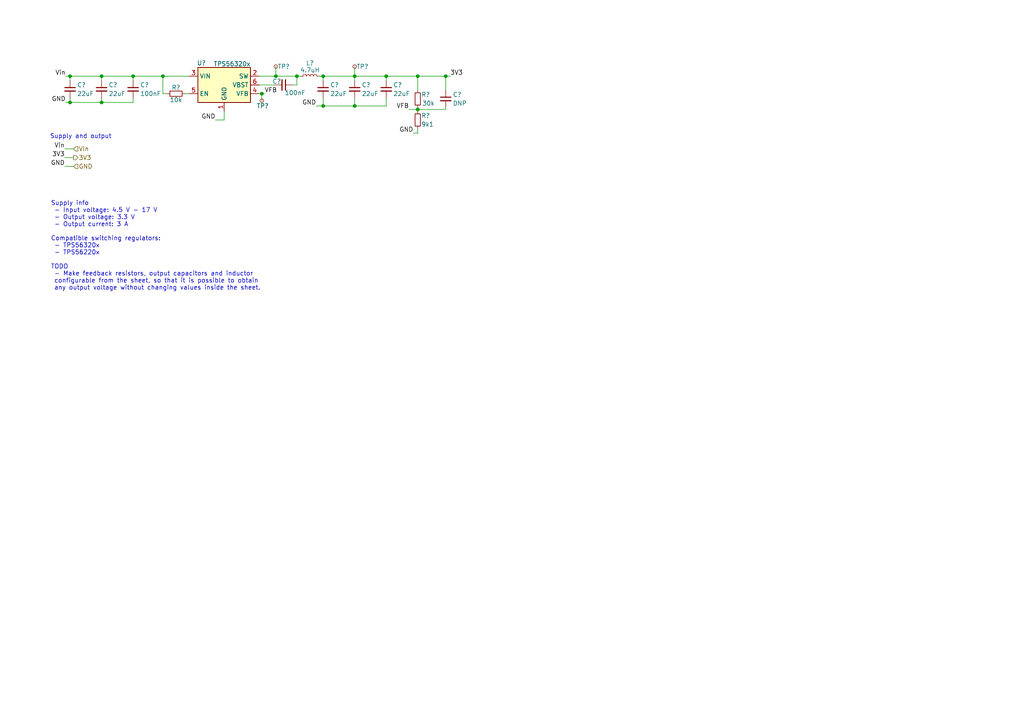
<source format=kicad_sch>
(kicad_sch (version 20211123) (generator eeschema)
  (paper "A4")
  (lib_symbols
    (symbol "CL_Regulator_Switching:TPS56320x"
      (property "Reference" "U" (at -7.62 6.35 0))
      (property "Value" "TPS56320x" (at -2.54 6.35 0))
      (symbol "TPS56320x_0_1"
        (rectangle (start -7.62 5.08) (end 7.62 -5.08) (stroke (width 0.254)) (fill (type background)))
      )
      (symbol "TPS56320x_1_1"
        (pin power_in line (at 0 -7.62 90) (length 2.54) (name "GND") (number "1"))
        (pin output line (at 10.16 2.54 180) (length 2.54) (name "SW") (number "2"))
        (pin power_in line (at -10.16 2.54 0) (length 2.54) (name "VIN") (number "3"))
        (pin input line (at 10.16 -2.54 180) (length 2.54) (name "VFB") (number "4"))
        (pin input line (at -10.16 -2.54 0) (length 2.54) (name "EN") (number "5"))
        (pin passive line (at 10.16 0 180) (length 2.54) (name "VBST") (number "6"))
      )
    )
    (symbol "Connector:TestPoint_Small" (pin_numbers hide) (pin_names (offset 0.762) hide)
      (property "Reference" "TP" (at 0 3.81 0))
      (property "Value" "TestPoint_Small" (at 0 2.032 0))
      (symbol "TestPoint_Small_0_1"
        (circle (center 0 0) (radius 0.508))
      )
      (symbol "TestPoint_Small_1_1"
        (pin passive line (at 0 0 90) (length 0) (name "1") (number "1"))
      )
    )
    (symbol "Device:C_Small" (pin_numbers hide) (pin_names (offset 0.254) hide)
      (property "Reference" "C" (at 0.254 1.778 0))
      (property "Value" "C_Small" (at 0.254 -2.032 0))
      (symbol "C_Small_0_1"
        (polyline (pts (xy -1.524 -0.508) (xy 1.524 -0.508)) (stroke (width 0.3302)))
        (polyline (pts (xy -1.524 0.508) (xy 1.524 0.508)) (stroke (width 0.3048)))
      )
      (symbol "C_Small_1_1"
        (pin passive line (at 0 2.54 270) (length 2.032) (name "~") (number "1"))
        (pin passive line (at 0 -2.54 90) (length 2.032) (name "~") (number "2"))
      )
    )
    (symbol "Device:L_Small" (pin_numbers hide) (pin_names (offset 0.254) hide)
      (property "Reference" "L" (at 0.762 1.016 0))
      (property "Value" "L_Small" (at 0.762 -1.016 0))
      (symbol "L_Small_0_1"
        (arc (start 0 -2.032) (mid 0.508 -1.524) (end 0 -1.016))
        (arc (start 0 -1.016) (mid 0.508 -0.508) (end 0 0))
        (arc (start 0 0) (mid 0.508 0.508) (end 0 1.016))
        (arc (start 0 1.016) (mid 0.508 1.524) (end 0 2.032))
      )
      (symbol "L_Small_1_1"
        (pin passive line (at 0 2.54 270) (length 0.508) (name "~") (number "1"))
        (pin passive line (at 0 -2.54 90) (length 0.508) (name "~") (number "2"))
      )
    )
    (symbol "Device:R_Small" (pin_numbers hide) (pin_names (offset 0.254) hide)
      (property "Reference" "R" (at 0.762 0.508 0))
      (property "Value" "R_Small" (at 0.762 -1.016 0))
      (symbol "R_Small_0_1"
        (rectangle (start -0.762 1.778) (end 0.762 -1.778) (stroke (width 0.2032)))
      )
      (symbol "R_Small_1_1"
        (pin passive line (at 0 2.54 270) (length 0.762) (name "~") (number "1"))
        (pin passive line (at 0 -2.54 90) (length 0.762) (name "~") (number "2"))
      )
    )
  )
  (junction (at 121.158 22.098))
  (junction (at 93.726 30.734))
  (junction (at 75.946 27.178))
  (junction (at 29.464 29.718))
  (junction (at 20.32 22.098))
  (junction (at 102.87 22.098))
  (junction (at 47.244 22.098))
  (junction (at 93.726 22.098))
  (junction (at 86.106 22.098))
  (junction (at 102.87 30.734))
  (junction (at 29.464 22.098))
  (junction (at 80.01 22.098))
  (junction (at 38.608 22.098))
  (junction (at 129.286 22.098))
  (junction (at 20.32 29.718))
  (junction (at 112.014 22.098))
  (junction (at 121.158 31.75))
  (wire (pts (xy 129.286 26.162) (xy 129.286 22.098)))
  (wire (pts (xy 129.286 22.098) (xy 130.556 22.098)))
  (wire (pts (xy 62.484 34.798) (xy 65.024 34.798)))
  (wire (pts (xy 112.014 22.098) (xy 102.87 22.098)))
  (wire (pts (xy 112.014 23.368) (xy 112.014 22.098)))
  (wire (pts (xy 121.158 38.608) (xy 121.158 37.338)))
  (wire (pts (xy 75.184 22.098) (xy 80.01 22.098)))
  (wire (pts (xy 92.456 22.098) (xy 93.726 22.098)))
  (wire (pts (xy 47.244 22.098) (xy 38.608 22.098)))
  (wire (pts (xy 112.014 28.448) (xy 112.014 30.734)))
  (wire (pts (xy 65.024 34.798) (xy 65.024 32.258)))
  (wire (pts (xy 102.87 19.304) (xy 102.87 22.098)))
  (wire (pts (xy 102.87 22.098) (xy 93.726 22.098)))
  (wire (pts (xy 112.014 30.734) (xy 102.87 30.734)))
  (wire (pts (xy 76.708 27.178) (xy 75.946 27.178)))
  (wire (pts (xy 38.608 22.098) (xy 38.608 23.368)))
  (wire (pts (xy 93.726 22.098) (xy 93.726 23.368)))
  (wire (pts (xy 20.32 29.718) (xy 29.464 29.718)))
  (wire (pts (xy 20.32 22.098) (xy 20.32 23.368)))
  (wire (pts (xy 129.286 31.242) (xy 129.286 31.75)))
  (wire (pts (xy 121.158 31.75) (xy 121.158 32.258)))
  (wire (pts (xy 75.946 27.178) (xy 75.184 27.178)))
  (wire (pts (xy 53.594 27.178) (xy 54.864 27.178)))
  (wire (pts (xy 84.836 24.638) (xy 86.106 24.638)))
  (wire (pts (xy 48.514 27.178) (xy 47.244 27.178)))
  (wire (pts (xy 54.864 22.098) (xy 47.244 22.098)))
  (wire (pts (xy 38.608 29.718) (xy 38.608 28.448)))
  (wire (pts (xy 119.888 38.608) (xy 121.158 38.608)))
  (wire (pts (xy 102.87 28.448) (xy 102.87 30.734)))
  (wire (pts (xy 29.464 22.098) (xy 20.32 22.098)))
  (wire (pts (xy 75.946 27.178) (xy 75.946 29.21)))
  (wire (pts (xy 19.05 22.098) (xy 20.32 22.098)))
  (wire (pts (xy 18.796 45.72) (xy 21.336 45.72)))
  (wire (pts (xy 91.694 30.734) (xy 93.726 30.734)))
  (wire (pts (xy 18.796 48.26) (xy 21.336 48.26)))
  (wire (pts (xy 112.014 22.098) (xy 121.158 22.098)))
  (wire (pts (xy 29.464 29.718) (xy 38.608 29.718)))
  (wire (pts (xy 18.796 43.18) (xy 21.336 43.18)))
  (wire (pts (xy 102.87 22.098) (xy 102.87 23.368)))
  (wire (pts (xy 47.244 27.178) (xy 47.244 22.098)))
  (wire (pts (xy 129.286 22.098) (xy 121.158 22.098)))
  (wire (pts (xy 19.05 29.718) (xy 20.32 29.718)))
  (wire (pts (xy 129.286 31.75) (xy 121.158 31.75)))
  (wire (pts (xy 29.464 22.098) (xy 29.464 23.368)))
  (wire (pts (xy 86.106 22.098) (xy 87.376 22.098)))
  (wire (pts (xy 118.618 31.75) (xy 121.158 31.75)))
  (wire (pts (xy 80.01 22.098) (xy 86.106 22.098)))
  (wire (pts (xy 102.87 30.734) (xy 93.726 30.734)))
  (wire (pts (xy 29.464 28.448) (xy 29.464 29.718)))
  (wire (pts (xy 121.158 22.098) (xy 121.158 26.162)))
  (wire (pts (xy 20.32 28.448) (xy 20.32 29.718)))
  (wire (pts (xy 121.158 31.242) (xy 121.158 31.75)))
  (wire (pts (xy 80.01 19.304) (xy 80.01 22.098)))
  (wire (pts (xy 86.106 24.638) (xy 86.106 22.098)))
  (wire (pts (xy 75.184 24.638) (xy 79.756 24.638)))
  (wire (pts (xy 38.608 22.098) (xy 29.464 22.098)))
  (wire (pts (xy 93.726 30.734) (xy 93.726 28.448)))
  (text "Supply info\n - Input voltage: 4.5 V - 17 V\n - Output voltage: 3.3 V\n - Output current: 3 A\n\nCompatible switching regulators:\n - TPS56320x\n - TPS56220x\n\nTODO\n - Make feedback resistors, output capacitors and inductor \n configurable from the sheet, so that it is possible to obtain\n any output voltage without changing values inside the sheet." (at 14.732 84.328 0) (effects (font (size 1.27 1.27)) (justify left bottom)))
  (text "Supply and output" (at 14.478 40.386 0) (effects (font (size 1.27 1.27)) (justify left bottom)))
  (label "3V3" (at 130.556 22.098 0))
  (label "Vin" (at 18.796 43.18 180))
  (label "GND" (at 62.484 34.798 180))
  (label "GND" (at 18.796 48.26 180))
  (label "VFB" (at 118.618 31.75 180))
  (label "3V3" (at 18.796 45.72 180))
  (label "VFB" (at 76.708 27.178 0))
  (label "GND" (at 19.05 29.718 180))
  (label "GND" (at 91.694 30.734 180))
  (label "GND" (at 119.888 38.608 180))
  (label "Vin" (at 19.05 22.098 180))
  (hierarchical_label "Vin" (shape input) (at 21.336 43.18 0))
  (hierarchical_label "GND" (shape input) (at 21.336 48.26 0))
  (hierarchical_label "3V3" (shape output) (at 21.336 45.72 0))
  (symbol (lib_id "Device:C_Small") (at 129.286 28.702 0) (unit 1)
    (property "Reference" "C?" (at 131.318 27.432 0) (effects (justify left)))
    (property "Value" "DNP" (at 131.318 29.972 0) (effects (justify left)))
    (property "Footprint" "Capacitor_SMD:C_0805_2012Metric_Pad1.18x1.45mm_HandSolder" (effects hide))
  )
  (symbol (lib_id "Device:R_Small") (at 51.054 27.178 270) (unit 1)
    (property "Reference" "R?" (at 51.054 25.4 90))
    (property "Value" "10k" (at 51.054 28.956 90))
    (property "Footprint" "Resistor_SMD:R_0805_2012Metric_Pad1.20x1.40mm_HandSolder" (effects hide))
  )
  (symbol (lib_id "Device:R_Small") (at 121.158 28.702 0) (unit 1)
    (property "Reference" "R?" (at 122.174 27.432 0) (effects (justify left)))
    (property "Value" "30k" (at 122.428 29.972 0) (effects (justify left)))
    (property "Footprint" "Resistor_SMD:R_0805_2012Metric_Pad1.20x1.40mm_HandSolder" (effects hide))
  )
  (symbol (lib_id "Device:C_Small") (at 102.87 25.908 0) (unit 1)
    (property "Reference" "C?" (at 104.902 24.638 0) (effects (justify left)))
    (property "Value" "22uF" (at 104.902 27.178 0) (effects (justify left)))
    (property "Footprint" "Capacitor_SMD:C_0805_2012Metric_Pad1.18x1.45mm_HandSolder" (effects hide))
  )
  (symbol (lib_id "Device:C_Small") (at 29.464 25.908 0) (unit 1)
    (property "Reference" "C?" (at 31.496 24.638 0) (effects (justify left)))
    (property "Value" "22uF" (at 31.496 27.178 0) (effects (justify left)))
    (property "Footprint" "Capacitor_SMD:C_0805_2012Metric_Pad1.18x1.45mm_HandSolder" (effects hide))
  )
  (symbol (lib_id "Device:C_Small") (at 20.32 25.908 0) (unit 1)
    (property "Reference" "C?" (at 22.352 24.638 0) (effects (justify left)))
    (property "Value" "22uF" (at 22.352 27.178 0) (effects (justify left)))
    (property "Footprint" "Capacitor_SMD:C_0805_2012Metric_Pad1.18x1.45mm_HandSolder" (effects hide))
  )
  (symbol (lib_id "Connector:TestPoint_Small") (at 80.01 19.304 0) (unit 1)
    (property "Reference" "TP?" (at 80.518 19.304 0) (effects (justify left)))
    (property "Value" "TestPoint_Small" (effects hide))
    (property "Footprint" "TestPoint:TestPoint_Pad_2.0x2.0mm" (effects hide))
  )
  (symbol (lib_id "Device:C_Small") (at 38.608 25.908 0) (unit 1)
    (property "Reference" "C?" (at 40.64 24.638 0) (effects (justify left)))
    (property "Value" "100nF" (at 40.64 27.178 0) (effects (justify left)))
    (property "Footprint" "Capacitor_SMD:C_0805_2012Metric_Pad1.18x1.45mm_HandSolder" (effects hide))
  )
  (symbol (lib_id "Device:R_Small") (at 121.158 34.798 0) (unit 1)
    (property "Reference" "R?" (at 122.174 33.528 0) (effects (justify left)))
    (property "Value" "9k1" (at 122.174 36.068 0) (effects (justify left)))
    (property "Footprint" "Resistor_SMD:R_0805_2012Metric_Pad1.20x1.40mm_HandSolder" (effects hide))
  )
  (symbol (lib_id "CL_Regulator_Switching:TPS56320x") (at 65.024 24.638 0) (unit 1)
    (property "Reference" "U?" (at 58.42 18.288 0))
    (property "Value" "TPS56320x" (at 67.31 18.542 0))
    (property "Footprint" "Package_TO_SOT_SMD:SOT-23-6" (effects hide))
    (property "Datasheet" "https://www.ti.com/lit/ds/symlink/tps563208.pdf" (effects hide))
  )
  (symbol (lib_id "Device:C_Small") (at 93.726 25.908 0) (unit 1)
    (property "Reference" "C?" (at 95.758 24.638 0) (effects (justify left)))
    (property "Value" "22uF" (at 95.758 27.178 0) (effects (justify left)))
    (property "Footprint" "Capacitor_SMD:C_0805_2012Metric_Pad1.18x1.45mm_HandSolder" (effects hide))
  )
  (symbol (lib_id "Device:C_Small") (at 112.014 25.908 0) (unit 1)
    (property "Reference" "C?" (at 114.046 24.638 0) (effects (justify left)))
    (property "Value" "22uF" (at 114.046 27.178 0) (effects (justify left)))
    (property "Footprint" "Capacitor_SMD:C_0805_2012Metric_Pad1.18x1.45mm_HandSolder" (effects hide))
  )
  (symbol (lib_id "Connector:TestPoint_Small") (at 102.87 19.304 0) (unit 1)
    (property "Reference" "TP?" (at 103.378 19.304 0) (effects (justify left)))
    (property "Value" "TestPoint_Small" (effects hide))
    (property "Footprint" "TestPoint:TestPoint_Pad_2.0x2.0mm" (effects hide))
  )
  (symbol (lib_id "Device:C_Small") (at 82.296 24.638 270) (unit 1)
    (property "Reference" "C?" (at 78.994 23.622 90) (effects (justify left)))
    (property "Value" "100nF" (at 82.55 26.924 90) (effects (justify left)))
    (property "Footprint" "Capacitor_SMD:C_0805_2012Metric_Pad1.18x1.45mm_HandSolder" (effects hide))
  )
  (symbol (lib_id "Device:L_Small") (at 89.916 22.098 90) (unit 1)
    (property "Reference" "L?" (at 89.916 18.288 90))
    (property "Value" "4.7uH" (at 89.916 20.32 90))
    (property "Footprint" "Inductor_SMD:L_Bourns_SRP7028A_7.3x6.6mm" (effects hide))
    (property "Datasheet" "https://www.bourns.com/docs/product-datasheets/srp7028a.pdf" (effects hide))
  )
  (symbol (lib_id "Connector:TestPoint_Small") (at 75.946 29.21 0) (unit 1)
    (property "Reference" "TP?" (at 74.422 30.734 0) (effects (justify left)))
    (property "Value" "TestPoint_Small" (effects hide))
    (property "Footprint" "TestPoint:TestPoint_Pad_2.0x2.0mm" (effects hide))
  )
)
</source>
